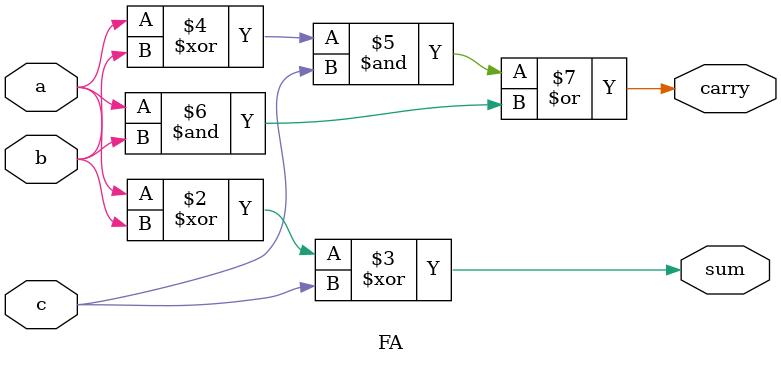
<source format=v>
`timescale 1ns / 1ps


module FA(
    input a,
    input b,
    input c,
    output reg sum,carry
    );
    always @(*)
    begin 
    sum = (a^b)^c;
    carry = (a^b)& c | a&b;
    end
endmodule

</source>
